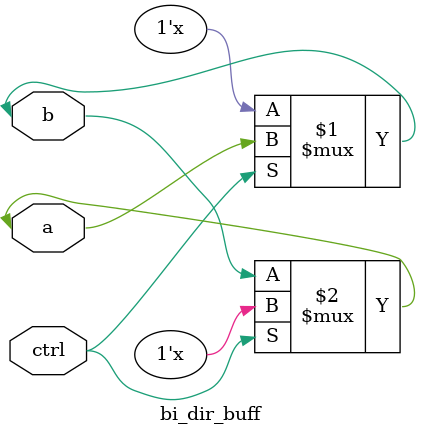
<source format=v>

 module bi_dir_buff(inout a, b, input ctrl);

wire w1;
not n1(w1, ctrl);

bufif1(b, a, ctrl);
bufif1(a, b, w1);
    
endmodule
</source>
